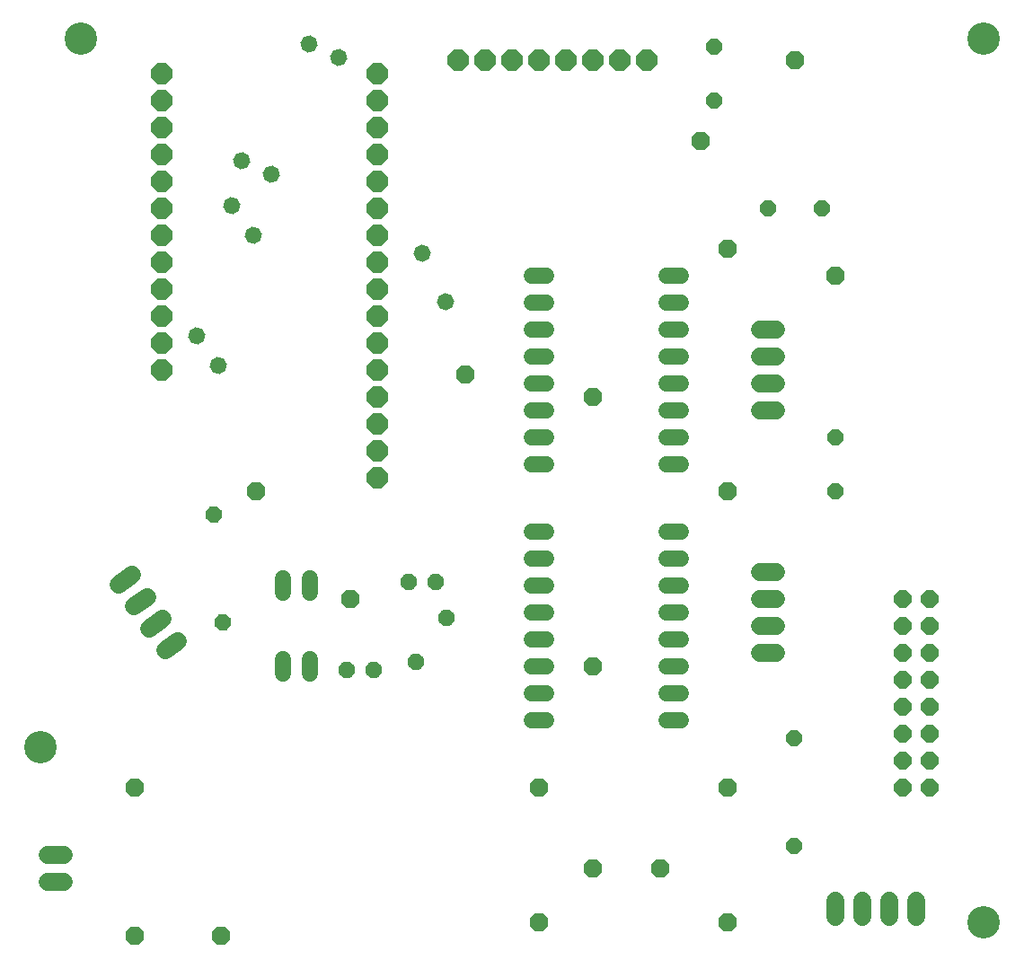
<source format=gbr>
G04 EAGLE Gerber RS-274X export*
G75*
%MOIN*%
%FSLAX34Y34*%
%LPD*%
%INSoldermask Top*%
%IPPOS*%
%AMOC8*
5,1,8,0,0,1.08239X$1,22.5*%
G01*
%ADD10C,0.120008*%
%ADD11C,0.068000*%
%ADD12C,0.059496*%
%ADD13P,0.084426X8X112.500000*%
%ADD14P,0.064943X8X82.500000*%
%ADD15P,0.064943X8X97.500000*%
%ADD16P,0.064943X8X22.500000*%
%ADD17P,0.064943X8X292.500000*%
%ADD18P,0.064943X8X137.500000*%
%ADD19P,0.064943X8X112.500000*%
%ADD20P,0.073603X8X22.500000*%
%ADD21P,0.064943X8X257.500000*%
%ADD22P,0.064943X8X77.500000*%
%ADD23C,0.060000*%
%ADD24P,0.064943X8X297.500000*%
%ADD25P,0.069273X8X292.500000*%
%ADD26P,0.084426X8X292.500000*%


D10*
X34500Y35300D03*
X-500Y9000D03*
X1000Y35300D03*
X34500Y2500D03*
D11*
X2885Y15401D02*
X2394Y15057D01*
X2967Y14238D02*
X3459Y14582D01*
X4033Y13762D02*
X3541Y13418D01*
X4115Y12599D02*
X4606Y12943D01*
D12*
X17743Y26500D02*
X18257Y26500D01*
X18257Y25500D02*
X17743Y25500D01*
X17743Y24500D02*
X18257Y24500D01*
X18257Y23500D02*
X17743Y23500D01*
X17743Y22500D02*
X18257Y22500D01*
X18257Y21500D02*
X17743Y21500D01*
X17743Y20500D02*
X18257Y20500D01*
X18257Y19500D02*
X17743Y19500D01*
X22743Y19500D02*
X23257Y19500D01*
X23257Y20500D02*
X22743Y20500D01*
X22743Y21500D02*
X23257Y21500D01*
X23257Y22500D02*
X22743Y22500D01*
X22743Y23500D02*
X23257Y23500D01*
X23257Y24500D02*
X22743Y24500D01*
X22743Y25500D02*
X23257Y25500D01*
X23257Y26500D02*
X22743Y26500D01*
X18257Y17000D02*
X17743Y17000D01*
X17743Y16000D02*
X18257Y16000D01*
X18257Y15000D02*
X17743Y15000D01*
X17743Y14000D02*
X18257Y14000D01*
X18257Y13000D02*
X17743Y13000D01*
X17743Y12000D02*
X18257Y12000D01*
X18257Y11000D02*
X17743Y11000D01*
X17743Y10000D02*
X18257Y10000D01*
X22743Y10000D02*
X23257Y10000D01*
X23257Y11000D02*
X22743Y11000D01*
X22743Y12000D02*
X23257Y12000D01*
X23257Y13000D02*
X22743Y13000D01*
X22743Y14000D02*
X23257Y14000D01*
X23257Y15000D02*
X22743Y15000D01*
X22743Y16000D02*
X23257Y16000D01*
X23257Y17000D02*
X22743Y17000D01*
D13*
X12000Y19000D03*
X12000Y20000D03*
X12000Y21000D03*
X12000Y22000D03*
X12000Y23000D03*
X12000Y24000D03*
X12000Y25000D03*
X12000Y26000D03*
X12000Y27000D03*
X12000Y28000D03*
X12000Y29000D03*
X12000Y30000D03*
X12000Y31000D03*
X12000Y32000D03*
X12000Y33000D03*
X12000Y34000D03*
X4000Y34000D03*
X4000Y33000D03*
X4000Y32000D03*
X4000Y31000D03*
X4000Y30000D03*
X4000Y29000D03*
X4000Y28000D03*
X4000Y27000D03*
X4000Y26000D03*
X4000Y25000D03*
X4000Y24000D03*
X4000Y23000D03*
D14*
X8050Y30285D03*
X10550Y34615D03*
X6950Y30785D03*
X9450Y35115D03*
D15*
X5303Y24285D03*
X6597Y29115D03*
X6103Y23185D03*
X7397Y28015D03*
D16*
X26500Y29000D03*
X28500Y29000D03*
D17*
X29000Y20500D03*
X29000Y18500D03*
D18*
X14523Y25544D03*
X13677Y27356D03*
D19*
X24500Y33000D03*
X24500Y35000D03*
D11*
X26200Y12500D02*
X26800Y12500D01*
X26800Y13500D02*
X26200Y13500D01*
X26200Y14500D02*
X26800Y14500D01*
X26800Y15500D02*
X26200Y15500D01*
D20*
X3000Y7500D03*
X3000Y2000D03*
X18000Y7500D03*
X18000Y2500D03*
X25000Y7500D03*
X25000Y2500D03*
D21*
X13147Y15138D03*
X10853Y11862D03*
D22*
X11853Y11862D03*
X14147Y15138D03*
X13426Y12181D03*
X14574Y13819D03*
D23*
X8500Y12260D02*
X8500Y11740D01*
X9500Y11740D02*
X9500Y12260D01*
X9500Y14740D02*
X9500Y15260D01*
X8500Y15260D02*
X8500Y14740D01*
D24*
X5926Y17642D03*
X6274Y13658D03*
D11*
X29000Y3300D02*
X29000Y2700D01*
X30000Y2700D02*
X30000Y3300D01*
X31000Y3300D02*
X31000Y2700D01*
X32000Y2700D02*
X32000Y3300D01*
X26800Y21500D02*
X26200Y21500D01*
X26200Y22500D02*
X26800Y22500D01*
X26800Y23500D02*
X26200Y23500D01*
X26200Y24500D02*
X26800Y24500D01*
D20*
X15250Y22850D03*
X11000Y14500D03*
X6200Y2000D03*
X7500Y18500D03*
X20000Y22000D03*
X20000Y12000D03*
X24000Y31500D03*
X27500Y34500D03*
D19*
X27450Y5350D03*
X27450Y9350D03*
D20*
X22500Y4500D03*
X20000Y4500D03*
X25000Y18500D03*
X25000Y27500D03*
X29000Y26500D03*
D25*
X31500Y14500D03*
X32500Y14500D03*
X31500Y13500D03*
X32500Y13500D03*
X31500Y12500D03*
X32500Y12500D03*
X31500Y11500D03*
X32500Y11500D03*
X31500Y10500D03*
X32500Y10500D03*
X31500Y9500D03*
X32500Y9500D03*
X31500Y8500D03*
X32500Y8500D03*
X31500Y7500D03*
X32500Y7500D03*
D26*
X19000Y34500D03*
X18000Y34500D03*
X20000Y34500D03*
X21000Y34500D03*
X22000Y34500D03*
X17000Y34500D03*
X16000Y34500D03*
X15000Y34500D03*
D11*
X350Y5000D02*
X-250Y5000D01*
X-250Y4000D02*
X350Y4000D01*
M02*

</source>
